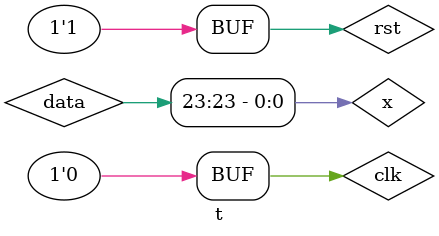
<source format=v>
`timescale 1ns/1ns
`define halfperiod 20

module t;
reg clk,rst;
reg [23:0] data;
wire z,x;
assign x=data[23];

initial begin
    clk=0;
    rst=1;
    
end
endmodule
</source>
